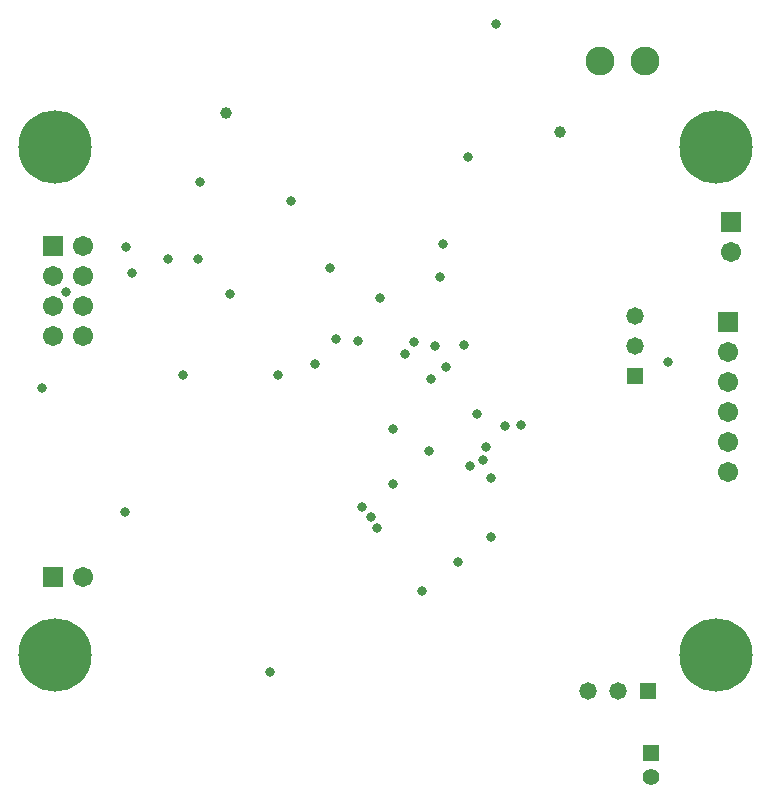
<source format=gbs>
G04 Layer_Color=16711935*
%FSLAX25Y25*%
%MOIN*%
G70*
G01*
G75*
%ADD83C,0.05556*%
%ADD84R,0.05556X0.05556*%
%ADD85C,0.09658*%
%ADD86C,0.06706*%
%ADD87R,0.06706X0.06706*%
%ADD88R,0.06706X0.06706*%
%ADD89C,0.05792*%
%ADD90R,0.05792X0.05792*%
%ADD91R,0.05792X0.05792*%
%ADD92C,0.24422*%
%ADD93C,0.03162*%
%ADD94C,0.03950*%
D83*
X214500Y14563D02*
D03*
D84*
Y22437D02*
D03*
D85*
X212500Y253000D02*
D03*
X197500D02*
D03*
D86*
X25000Y81000D02*
D03*
X240000Y116000D02*
D03*
Y126000D02*
D03*
Y136000D02*
D03*
Y146000D02*
D03*
Y156000D02*
D03*
X25000Y191500D02*
D03*
X15000Y181500D02*
D03*
X25000D02*
D03*
X15000Y171500D02*
D03*
X25000D02*
D03*
X15000Y161500D02*
D03*
X25000D02*
D03*
X241000Y189500D02*
D03*
D87*
X15000Y81000D02*
D03*
D88*
X240000Y166000D02*
D03*
X15000Y191500D02*
D03*
X241000Y199500D02*
D03*
D89*
X209000Y168000D02*
D03*
Y158000D02*
D03*
X203500Y43000D02*
D03*
X193500D02*
D03*
D90*
X209000Y148000D02*
D03*
D91*
X213500Y43000D02*
D03*
D92*
X15748Y55118D02*
D03*
Y224409D02*
D03*
X236221D02*
D03*
Y55118D02*
D03*
D93*
X107500Y184000D02*
D03*
X39500Y191000D02*
D03*
X140500Y123000D02*
D03*
X150000Y86000D02*
D03*
X138000Y76500D02*
D03*
X58500Y148500D02*
D03*
X102500Y152000D02*
D03*
X135500Y159500D02*
D03*
X142500Y158000D02*
D03*
X141000Y147000D02*
D03*
X146000Y151000D02*
D03*
X132500Y155500D02*
D03*
X152000Y158500D02*
D03*
X144000Y181000D02*
D03*
X145000Y192000D02*
D03*
X124000Y174000D02*
D03*
X109500Y160500D02*
D03*
X156500Y135500D02*
D03*
X161000Y94500D02*
D03*
X87500Y49500D02*
D03*
X154000Y118000D02*
D03*
X158500Y120000D02*
D03*
X159500Y124500D02*
D03*
X74000Y175500D02*
D03*
X11500Y144000D02*
D03*
X94500Y206500D02*
D03*
X90000Y148500D02*
D03*
X162800Y265500D02*
D03*
X116720Y159898D02*
D03*
X165849Y131287D02*
D03*
X128500Y130300D02*
D03*
X161000Y114200D02*
D03*
X128480Y112080D02*
D03*
X64100Y212900D02*
D03*
X220000Y152807D02*
D03*
X171000Y131700D02*
D03*
X39206Y102594D02*
D03*
X153400Y221200D02*
D03*
X19500Y176000D02*
D03*
X53500Y187000D02*
D03*
X41500Y182500D02*
D03*
X63500Y187000D02*
D03*
X118000Y104500D02*
D03*
X123000Y97500D02*
D03*
X121000Y101000D02*
D03*
D94*
X184000Y229500D02*
D03*
X72700Y235900D02*
D03*
M02*

</source>
